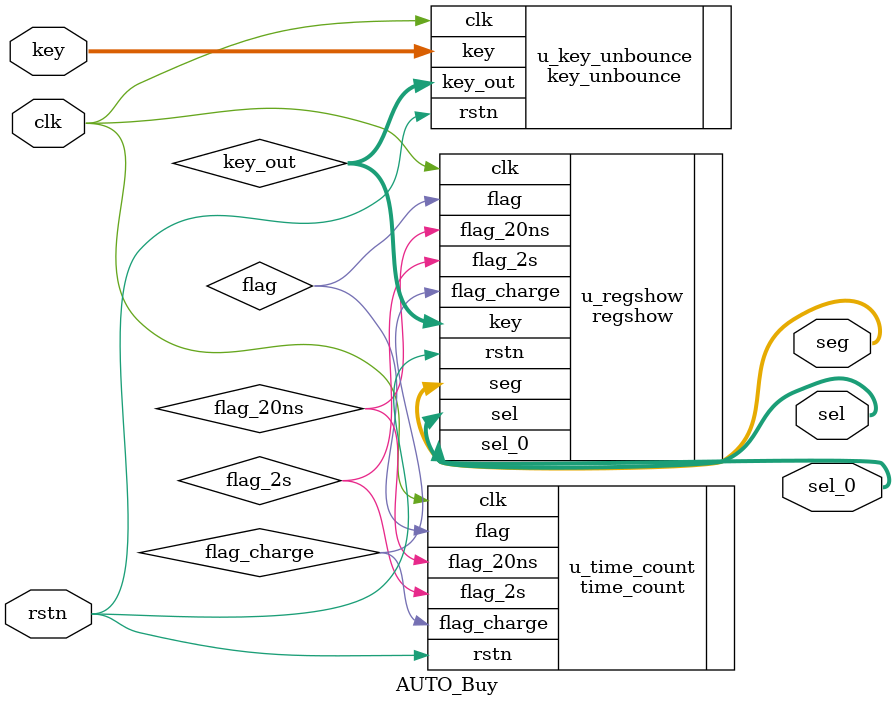
<source format=v>
module AUTO_Buy (
    input   wire            clk         ,
    input   wire            rstn        ,
    input   wire    [3:0]   key         , 

    output  wire    [1:0]   sel_0       ,
    output  wire    [5:0]   sel         ,
    output  wire    [7:0]   seg   
);

    wire    [3:0]    key_out     ;
    wire             flag        ;
    wire             flag_20ns   ;
    wire             flag_2s     ;
    wire             flag_charge ;

    parameter   MAX_500ms   =   25'd2500_0000   ,
                MAX_20NS    =   10'd999         ,
                MAX_2s      =   2'd2            ,
                MAX_1s      =   26'd4999_9999   ;

key_unbounce u_key_unbounce(
    .rstn    (rstn),
    .clk     (clk),
    .key     (key),
    .key_out (key_out)
);

regshow u_regshow(
    .clk         (clk),
    .rstn        (rstn),
    .key         (key_out),
    .flag        (flag),
    .flag_20ns   (flag_20ns),
    .flag_2s     (flag_2s), 
    .flag_charge (flag_charge),
    .sel_0       (sel_0),
    .sel         (sel),
    .seg         (seg)
);

time_count #(
    .MAX_500ms(MAX_500ms),
    .MAX_20NS(MAX_20NS),
    .MAX_1s(MAX_1s),
    .MAX_2s(MAX_2s)
) u_time_count(
    .clk         (clk),
    .rstn        (rstn),
    .flag_charge (flag_charge),
    .flag_20ns   (flag_20ns),
    .flag_2s     (flag_2s),
    .flag        (flag)
);

endmodule //AUTO_Buy
</source>
